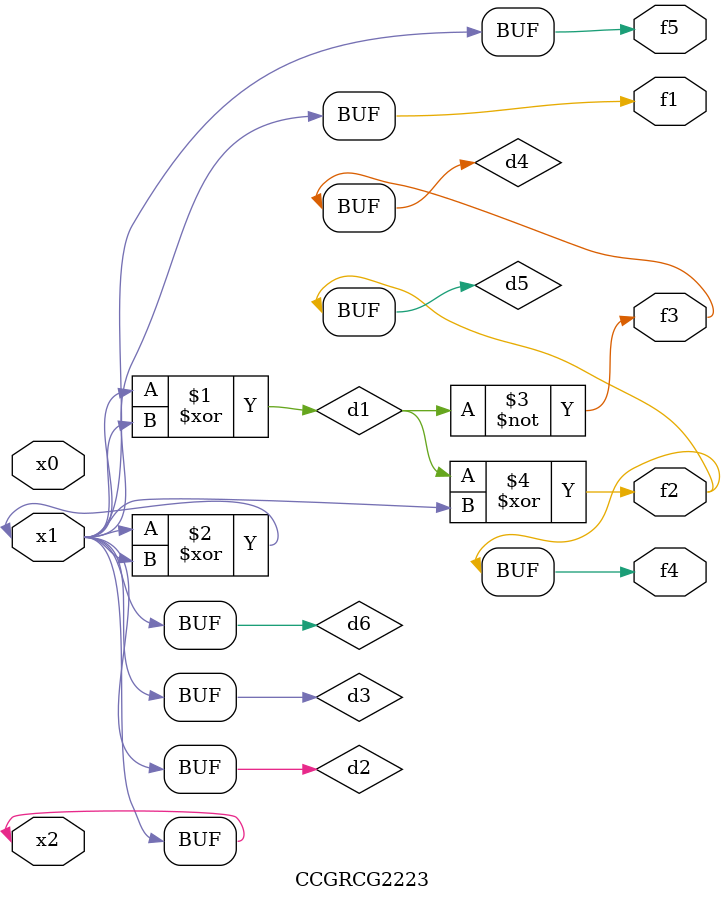
<source format=v>
module CCGRCG2223(
	input x0, x1, x2,
	output f1, f2, f3, f4, f5
);

	wire d1, d2, d3, d4, d5, d6;

	xor (d1, x1, x2);
	buf (d2, x1, x2);
	xor (d3, x1, x2);
	nor (d4, d1);
	xor (d5, d1, d2);
	buf (d6, d2, d3);
	assign f1 = d6;
	assign f2 = d5;
	assign f3 = d4;
	assign f4 = d5;
	assign f5 = d6;
endmodule

</source>
